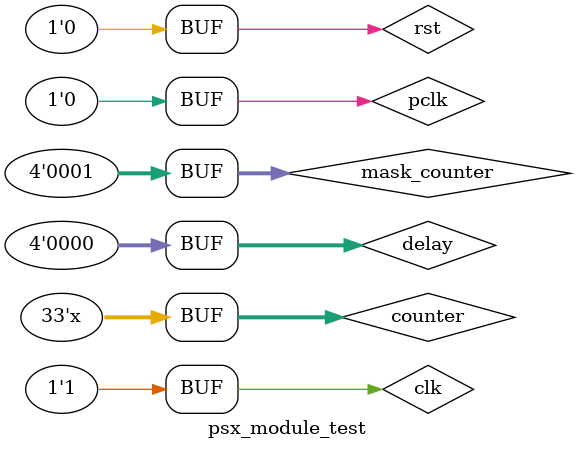
<source format=v>
module psx_module_test;

reg clk,rst;
wire c_clk,READY,gen,CMD;
reg [32:0] counter =0; 
reg ack =1;
reg [3:0] mask_counter = 1;
reg[3:0] delay = 0;
wire err_f;
wire [1:0] Controller;
reg DATA = 0,vsync;
reg [32:0] c_count = 0;
reg cbit = 0;
 
 wire [7:0] Byte1,Byte2;
 wire [3:0] Add1,Add2;
 wire Read,rd1,rd2;
 
 reg pclk =0;

psx_controller_module myPsx
(
    .vsync(vsync),
    .clk(clk),
    .rst(rst),
    .DATA(DATA),
    .CMD(CMD),
    .Controller(Controller),
    .c_clk(c_clk),
    .err_f(err_f),
    .ack(ack),
    .ByteAddress1(Add1),
    .ByteAddress2(Add2),
    .ControllerByte1(Byte1),
    .ControllerByte2(Byte2),
    .DataReady(Read),
    .read_burst(rd1&&rd2)
);

Controller_status_decode myDecoder
(
    .pclk(pclk),
    .contByte(Byte1),
    .address(Add1),
    .ready(rd1),
    .Read(Read)

);

Controller_status_decode myDecoder2
(
    .pclk(pclk),
    .contByte(Byte2),
    .address(Add2),
    .ready(rd2),
    .Read(Read)

);






    initial
        begin
            rst  =  1;
            #8;
            rst = 0;
        end   


  always
  begin
    
    clk = 1'b0;
    #5;
    clk = 1'b1;
    #5;
    counter  = counter + 1;
    
  end
  
  
  always 
    begin
        pclk = 1;
        #1;
        pclk =0;
        #1;
    end

always @(negedge c_clk)
    begin
        DATA = cbit;
        cbit = !cbit;
    end
    
always @(posedge c_clk)
    begin
        c_count = c_count+1;
        if (c_count == 9)
            begin
                c_count = 1;
                #2100; 
                ack = 0;
                #2100 ack = 1;
            end
    end 

always @*
    if (counter == 3)
        vsync = 1;
    else if (counter == 4 ) 
        vsync = 0;
        
endmodule
</source>
